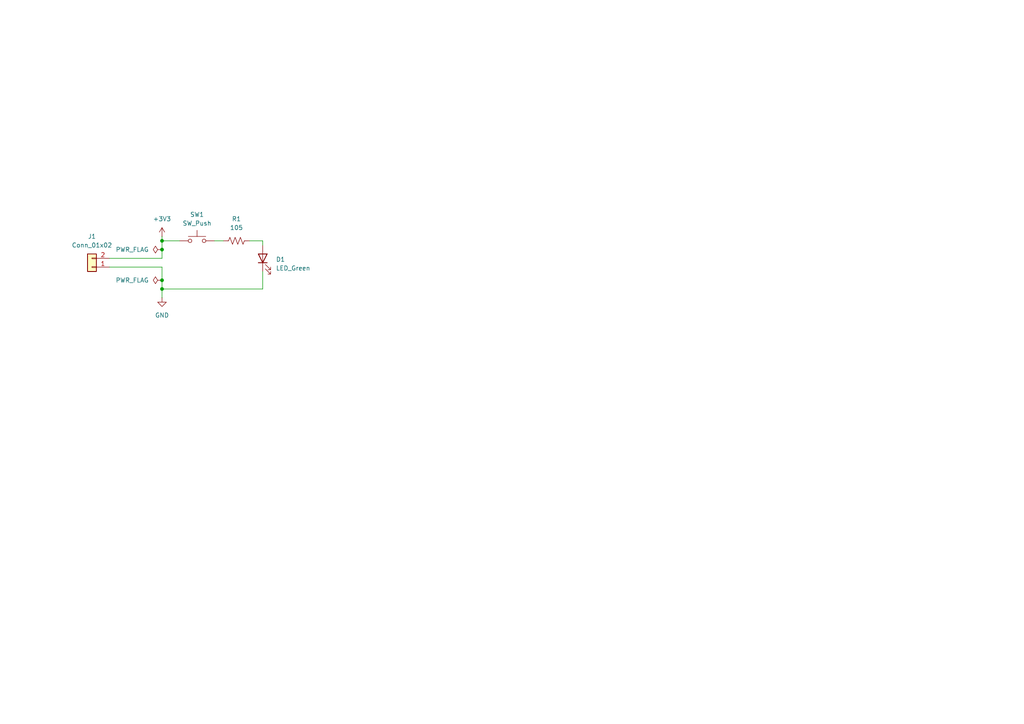
<source format=kicad_sch>
(kicad_sch (version 20231120) (generator "eeschema") (generator_version "8.0")
  (paper "A4")
  (title_block (title "proj 1") (date "2024-10-02") (company "Illini Solar Car") (comment 1 "Designed by Gage Leffler"))
  (lib_symbols
    (symbol "Connector_Generic:Conn_01x02" (pin_names (offset 1.016) hide)
      (property "Reference" "J" (at 0 2.54 0))
      (property "Value" "Conn_01x02" (at 0 -5.08 0))
      (symbol "Conn_01x02_1_1"
        (rectangle (start -1.27 -2.413) (end 0 -2.667) (stroke (width 0.1524)))
        (rectangle (start -1.27 0.127) (end 0 -0.127) (stroke (width 0.1524)))
        (rectangle (start -1.27 1.27) (end 1.27 -3.81) (stroke (width 0.254)) (fill (type background)))
        (pin passive line (at -5.08 0 0) (length 3.81) (name "Pin_1") (number "1"))
        (pin passive line (at -5.08 -2.54 0) (length 3.81) (name "Pin_2") (number "2"))
      )
    )
    (symbol "Device:LED" (pin_numbers hide) (pin_names (offset 1.016) hide)
      (property "Reference" "D" (at 0 2.54 0))
      (property "Value" "LED" (at 0 -2.54 0))
      (symbol "LED_0_1"
        (polyline (pts (xy -1.27 -1.27) (xy -1.27 1.27)) (stroke (width 0.254)))
        (polyline (pts (xy -1.27 0) (xy 1.27 0)))
        (polyline (pts (xy 1.27 -1.27) (xy 1.27 1.27) (xy -1.27 0) (xy 1.27 -1.27)) (stroke (width 0.254)))
        (polyline (pts (xy -3.048 -0.762) (xy -4.572 -2.286) (xy -3.81 -2.286) (xy -4.572 -2.286) (xy -4.572 -1.524)))
        (polyline (pts (xy -1.778 -0.762) (xy -3.302 -2.286) (xy -2.54 -2.286) (xy -3.302 -2.286) (xy -3.302 -1.524)))
      )
      (symbol "LED_1_1"
        (pin passive line (at -3.81 0 0) (length 2.54) (name "K") (number "1"))
        (pin passive line (at 3.81 0 180) (length 2.54) (name "A") (number "2"))
      )
    )
    (symbol "Device:R_US" (pin_numbers hide) (pin_names (offset 0))
      (property "Reference" "R" (at 2.54 0 90))
      (property "Value" "R_US" (at -2.54 0 90))
      (symbol "R_US_0_1"
        (polyline (pts (xy 0 -2.286) (xy 0 -2.54)))
        (polyline (pts (xy 0 2.286) (xy 0 2.54)))
        (polyline (pts (xy 0 -0.762) (xy 1.016 -1.143) (xy 0 -1.524) (xy -1.016 -1.905) (xy 0 -2.286)))
        (polyline (pts (xy 0 0.762) (xy 1.016 0.381) (xy 0 0) (xy -1.016 -0.381) (xy 0 -0.762)))
        (polyline (pts (xy 0 2.286) (xy 1.016 1.905) (xy 0 1.524) (xy -1.016 1.143) (xy 0 0.762)))
      )
      (symbol "R_US_1_1"
        (pin passive line (at 0 3.81 270) (length 1.27) (name "~") (number "1"))
        (pin passive line (at 0 -3.81 90) (length 1.27) (name "~") (number "2"))
      )
    )
    (symbol "Switch:SW_Push" (pin_numbers hide) (pin_names (offset 1.016) hide)
      (property "Reference" "SW" (at 1.27 2.54 0))
      (property "Value" "SW_Push" (at 0 -1.524 0))
      (symbol "SW_Push_0_1"
        (circle (center -2.032 0) (radius 0.508))
        (polyline (pts (xy 0 1.27) (xy 0 3.048)))
        (polyline (pts (xy 2.54 1.27) (xy -2.54 1.27)))
        (circle (center 2.032 0) (radius 0.508))
        (pin passive line (at -5.08 0 0) (length 2.54) (name "1") (number "1"))
        (pin passive line (at 5.08 0 180) (length 2.54) (name "2") (number "2"))
      )
    )
    (symbol "power:+3V3" (power) (pin_numbers hide) (pin_names (offset 0) hide)
      (property "Value" "+3V3" (at 0 3.556 0))
      (symbol "+3V3_0_1"
        (polyline (pts (xy -0.762 1.27) (xy 0 2.54)))
        (polyline (pts (xy 0 0) (xy 0 2.54)))
        (polyline (pts (xy 0 2.54) (xy 0.762 1.27)))
      )
      (symbol "+3V3_1_1"
        (pin power_in line (at 0 0 90) (length 0) (name "~") (number "1"))
      )
    )
    (symbol "power:GND" (power) (pin_numbers hide) (pin_names (offset 0) hide)
      (property "Value" "GND" (at 0 -3.81 0))
      (symbol "GND_0_1"
        (polyline (pts (xy 0 0) (xy 0 -1.27) (xy 1.27 -1.27) (xy 0 -2.54) (xy -1.27 -1.27) (xy 0 -1.27)))
      )
      (symbol "GND_1_1"
        (pin power_in line (at 0 0 270) (length 0) (name "~") (number "1"))
      )
    )
    (symbol "power:PWR_FLAG" (power) (pin_numbers hide) (pin_names (offset 0) hide)
      (property "Value" "PWR_FLAG" (at 0 3.81 0))
      (symbol "PWR_FLAG_0_0"
        (pin power_out line (at 0 0 90) (length 0) (name "~") (number "1"))
      )
      (symbol "PWR_FLAG_0_1"
        (polyline (pts (xy 0 0) (xy 0 1.27) (xy -1.016 1.905) (xy 0 2.54) (xy 1.016 1.905) (xy 0 1.27)))
      )
    )
  )
  (junction (at 46.99 81.28))
  (junction (at 46.99 69.85))
  (junction (at 46.99 83.82))
  (junction (at 46.99 72.39))
  (wire (pts (xy 62.23 69.85) (xy 64.77 69.85)))
  (wire (pts (xy 46.99 69.85) (xy 46.99 72.39)))
  (wire (pts (xy 46.99 72.39) (xy 46.99 74.93)))
  (wire (pts (xy 46.99 83.82) (xy 46.99 86.36)))
  (wire (pts (xy 46.99 83.82) (xy 76.2 83.82)))
  (wire (pts (xy 31.75 77.47) (xy 46.99 77.47)))
  (wire (pts (xy 76.2 69.85) (xy 76.2 71.12)))
  (wire (pts (xy 72.39 69.85) (xy 76.2 69.85)))
  (wire (pts (xy 46.99 68.58) (xy 46.99 69.85)))
  (wire (pts (xy 46.99 77.47) (xy 46.99 81.28)))
  (wire (pts (xy 31.75 74.93) (xy 46.99 74.93)))
  (wire (pts (xy 46.99 81.28) (xy 46.99 83.82)))
  (wire (pts (xy 76.2 78.74) (xy 76.2 83.82)))
  (wire (pts (xy 46.99 69.85) (xy 52.07 69.85)))
  (symbol (lib_id "power:PWR_FLAG") (at 46.99 81.28 90) (unit 1)
    (property "Reference" "#FLG02" (effects (hide yes)))
    (property "Value" "PWR_FLAG" (at 43.18 81.2799 90) (effects (justify left)))
    (property "Description" "Special symbol for telling ERC where power comes from" (effects (hide yes)))
  )
  (symbol (lib_id "Device:R_US") (at 68.58 69.85 90) (unit 1)
    (property "Reference" "R1" (at 68.58 63.5 90))
    (property "Value" "105" (at 68.58 66.04 90))
    (property "Footprint" "Resistor_SMD:R_0603_1608Metric_Pad0.98x0.95mm_HandSolder" (effects (hide yes)))
    (property "Description" "Resistor, US symbol" (effects (hide yes)))
  )
  (symbol (lib_id "power:PWR_FLAG") (at 46.99 72.39 90) (unit 1)
    (property "Reference" "#FLG01" (effects (hide yes)))
    (property "Value" "PWR_FLAG" (at 43.18 72.3899 90) (effects (justify left)))
    (property "Description" "Special symbol for telling ERC where power comes from" (effects (hide yes)))
  )
  (symbol (lib_id "Connector_Generic:Conn_01x02") (at 26.67 77.47 180) (unit 1)
    (property "Reference" "J1" (at 26.67 68.58 0))
    (property "Value" "Conn_01x02" (at 26.67 71.12 0))
    (property "Footprint" "Connector_Molex:Molex_KK-254_AE-6410-02A_1x02_P2.54mm_Vertical" (effects (hide yes)))
    (property "Datasheet" "https://www.molex.com/content/dam/molex/molex-dot-com/products/automated/en-us/salesdrawingpdf/641/6410/022272021_sd.pdf?inline" (effects (hide yes)))
    (property "Description" "Generic connector, single row, 01x02, script generated (kicad-library-utils/schlib/autogen/connector/)" (effects (hide yes)))
    (property "MPN" "022272021" (effects (hide yes)))
  )
  (symbol (lib_id "Device:LED") (at 76.2 74.93 90) (unit 1)
    (property "Reference" "D1" (at 80.01 75.2474 90) (effects (justify right)))
    (property "Value" "LED_Green" (at 80.01 77.7874 90) (effects (justify right)))
    (property "Footprint" "LED_SMD:LED_0603_1608Metric_Pad1.05x0.95mm_HandSolder" (effects (hide yes)))
    (property "Description" "Light emitting diode" (effects (hide yes)))
  )
  (symbol (lib_id "power:GND") (at 46.99 86.36 0) (unit 1)
    (property "Reference" "#PWR02" (effects (hide yes)))
    (property "Value" "GND" (at 46.99 91.44 0))
    (property "Description" "Power symbol creates a global label with name \"GND\" , ground" (effects (hide yes)))
  )
  (symbol (lib_id "power:+3V3") (at 46.99 68.58 0) (unit 1)
    (property "Reference" "#PWR01" (effects (hide yes)))
    (property "Value" "+3V3" (at 46.99 63.5 0))
    (property "Description" "Power symbol creates a global label with name \"+3V3\"" (effects (hide yes)))
  )
  (symbol (lib_id "Switch:SW_Push") (at 57.15 69.85 0) (unit 1)
    (property "Reference" "SW1" (at 57.15 62.23 0))
    (property "Value" "SW_Push" (at 57.15 64.77 0))
    (property "Footprint" "Button_Switch_SMD:SW_DIP_SPSTx01_Slide_6.7x4.1mm_W8.61mm_P2.54mm_LowProfile" (effects (hide yes)))
    (property "Datasheet" "https://www.digikey.com/en/products/detail/te-connectivity-alcoswitch-switches/1825910-6/1632536?utm_adgroup=Supplier_TE&utm_source=google&utm_medium=cpc&utm_campaign=EN_Product_SKU_MBR&utm_term=%2B1825910-6&utm_content=Supplier_TE&gclid=Cj0KCQjwp4j6BRCRARIsAGq4yMGhBEsv1v5KcRzgW34aOMlPkoRB4A-7BCN08FfGaiq_Dk_nlKJ0QU8aAhZPEALw_wcB" (effects (hide yes)))
    (property "Description" "Push button switch, generic, two pins" (effects (hide yes)))
    (property "MPN" "1825910-6" (effects (hide yes)))
  )
)
</source>
